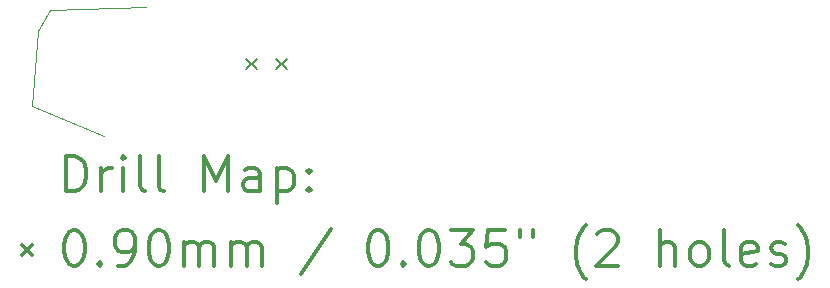
<source format=gbr>
%FSLAX45Y45*%
G04 Gerber Fmt 4.5, Leading zero omitted, Abs format (unit mm)*
G04 Created by KiCad (PCBNEW (6.0.0-rc1-dev-347-gd8782b751)) date 11/16/19 21:01:58*
%MOMM*%
%LPD*%
G01*
G04 APERTURE LIST*
%ADD10C,0.050000*%
%ADD11C,0.200000*%
%ADD12C,0.300000*%
G04 APERTURE END LIST*
D10*
X1447800Y-1574800D02*
X1549400Y-1397000D01*
X1397000Y-2209800D02*
X1447800Y-1574800D01*
X2006600Y-2463800D02*
X1397000Y-2209800D01*
X1549400Y-1397000D02*
X2362200Y-1371600D01*
D11*
X3206200Y-1809200D02*
X3296200Y-1899200D01*
X3296200Y-1809200D02*
X3206200Y-1899200D01*
X3460200Y-1809200D02*
X3550200Y-1899200D01*
X3550200Y-1809200D02*
X3460200Y-1899200D01*
D12*
X1680928Y-2932014D02*
X1680928Y-2632014D01*
X1752357Y-2632014D01*
X1795214Y-2646300D01*
X1823786Y-2674872D01*
X1838071Y-2703443D01*
X1852357Y-2760586D01*
X1852357Y-2803443D01*
X1838071Y-2860586D01*
X1823786Y-2889157D01*
X1795214Y-2917729D01*
X1752357Y-2932014D01*
X1680928Y-2932014D01*
X1980928Y-2932014D02*
X1980928Y-2732014D01*
X1980928Y-2789157D02*
X1995214Y-2760586D01*
X2009500Y-2746300D01*
X2038071Y-2732014D01*
X2066643Y-2732014D01*
X2166643Y-2932014D02*
X2166643Y-2732014D01*
X2166643Y-2632014D02*
X2152357Y-2646300D01*
X2166643Y-2660586D01*
X2180928Y-2646300D01*
X2166643Y-2632014D01*
X2166643Y-2660586D01*
X2352357Y-2932014D02*
X2323786Y-2917729D01*
X2309500Y-2889157D01*
X2309500Y-2632014D01*
X2509500Y-2932014D02*
X2480928Y-2917729D01*
X2466643Y-2889157D01*
X2466643Y-2632014D01*
X2852357Y-2932014D02*
X2852357Y-2632014D01*
X2952357Y-2846300D01*
X3052357Y-2632014D01*
X3052357Y-2932014D01*
X3323786Y-2932014D02*
X3323786Y-2774872D01*
X3309500Y-2746300D01*
X3280928Y-2732014D01*
X3223786Y-2732014D01*
X3195214Y-2746300D01*
X3323786Y-2917729D02*
X3295214Y-2932014D01*
X3223786Y-2932014D01*
X3195214Y-2917729D01*
X3180928Y-2889157D01*
X3180928Y-2860586D01*
X3195214Y-2832014D01*
X3223786Y-2817729D01*
X3295214Y-2817729D01*
X3323786Y-2803443D01*
X3466643Y-2732014D02*
X3466643Y-3032014D01*
X3466643Y-2746300D02*
X3495214Y-2732014D01*
X3552357Y-2732014D01*
X3580928Y-2746300D01*
X3595214Y-2760586D01*
X3609500Y-2789157D01*
X3609500Y-2874871D01*
X3595214Y-2903443D01*
X3580928Y-2917729D01*
X3552357Y-2932014D01*
X3495214Y-2932014D01*
X3466643Y-2917729D01*
X3738071Y-2903443D02*
X3752357Y-2917729D01*
X3738071Y-2932014D01*
X3723786Y-2917729D01*
X3738071Y-2903443D01*
X3738071Y-2932014D01*
X3738071Y-2746300D02*
X3752357Y-2760586D01*
X3738071Y-2774872D01*
X3723786Y-2760586D01*
X3738071Y-2746300D01*
X3738071Y-2774872D01*
X1304500Y-3381300D02*
X1394500Y-3471300D01*
X1394500Y-3381300D02*
X1304500Y-3471300D01*
X1738071Y-3262014D02*
X1766643Y-3262014D01*
X1795214Y-3276300D01*
X1809500Y-3290586D01*
X1823786Y-3319157D01*
X1838071Y-3376300D01*
X1838071Y-3447729D01*
X1823786Y-3504871D01*
X1809500Y-3533443D01*
X1795214Y-3547729D01*
X1766643Y-3562014D01*
X1738071Y-3562014D01*
X1709500Y-3547729D01*
X1695214Y-3533443D01*
X1680928Y-3504871D01*
X1666643Y-3447729D01*
X1666643Y-3376300D01*
X1680928Y-3319157D01*
X1695214Y-3290586D01*
X1709500Y-3276300D01*
X1738071Y-3262014D01*
X1966643Y-3533443D02*
X1980928Y-3547729D01*
X1966643Y-3562014D01*
X1952357Y-3547729D01*
X1966643Y-3533443D01*
X1966643Y-3562014D01*
X2123786Y-3562014D02*
X2180928Y-3562014D01*
X2209500Y-3547729D01*
X2223786Y-3533443D01*
X2252357Y-3490586D01*
X2266643Y-3433443D01*
X2266643Y-3319157D01*
X2252357Y-3290586D01*
X2238071Y-3276300D01*
X2209500Y-3262014D01*
X2152357Y-3262014D01*
X2123786Y-3276300D01*
X2109500Y-3290586D01*
X2095214Y-3319157D01*
X2095214Y-3390586D01*
X2109500Y-3419157D01*
X2123786Y-3433443D01*
X2152357Y-3447729D01*
X2209500Y-3447729D01*
X2238071Y-3433443D01*
X2252357Y-3419157D01*
X2266643Y-3390586D01*
X2452357Y-3262014D02*
X2480928Y-3262014D01*
X2509500Y-3276300D01*
X2523786Y-3290586D01*
X2538071Y-3319157D01*
X2552357Y-3376300D01*
X2552357Y-3447729D01*
X2538071Y-3504871D01*
X2523786Y-3533443D01*
X2509500Y-3547729D01*
X2480928Y-3562014D01*
X2452357Y-3562014D01*
X2423786Y-3547729D01*
X2409500Y-3533443D01*
X2395214Y-3504871D01*
X2380928Y-3447729D01*
X2380928Y-3376300D01*
X2395214Y-3319157D01*
X2409500Y-3290586D01*
X2423786Y-3276300D01*
X2452357Y-3262014D01*
X2680928Y-3562014D02*
X2680928Y-3362014D01*
X2680928Y-3390586D02*
X2695214Y-3376300D01*
X2723786Y-3362014D01*
X2766643Y-3362014D01*
X2795214Y-3376300D01*
X2809500Y-3404871D01*
X2809500Y-3562014D01*
X2809500Y-3404871D02*
X2823786Y-3376300D01*
X2852357Y-3362014D01*
X2895214Y-3362014D01*
X2923786Y-3376300D01*
X2938071Y-3404871D01*
X2938071Y-3562014D01*
X3080928Y-3562014D02*
X3080928Y-3362014D01*
X3080928Y-3390586D02*
X3095214Y-3376300D01*
X3123786Y-3362014D01*
X3166643Y-3362014D01*
X3195214Y-3376300D01*
X3209500Y-3404871D01*
X3209500Y-3562014D01*
X3209500Y-3404871D02*
X3223786Y-3376300D01*
X3252357Y-3362014D01*
X3295214Y-3362014D01*
X3323786Y-3376300D01*
X3338071Y-3404871D01*
X3338071Y-3562014D01*
X3923786Y-3247729D02*
X3666643Y-3633443D01*
X4309500Y-3262014D02*
X4338071Y-3262014D01*
X4366643Y-3276300D01*
X4380928Y-3290586D01*
X4395214Y-3319157D01*
X4409500Y-3376300D01*
X4409500Y-3447729D01*
X4395214Y-3504871D01*
X4380928Y-3533443D01*
X4366643Y-3547729D01*
X4338071Y-3562014D01*
X4309500Y-3562014D01*
X4280928Y-3547729D01*
X4266643Y-3533443D01*
X4252357Y-3504871D01*
X4238071Y-3447729D01*
X4238071Y-3376300D01*
X4252357Y-3319157D01*
X4266643Y-3290586D01*
X4280928Y-3276300D01*
X4309500Y-3262014D01*
X4538071Y-3533443D02*
X4552357Y-3547729D01*
X4538071Y-3562014D01*
X4523786Y-3547729D01*
X4538071Y-3533443D01*
X4538071Y-3562014D01*
X4738071Y-3262014D02*
X4766643Y-3262014D01*
X4795214Y-3276300D01*
X4809500Y-3290586D01*
X4823786Y-3319157D01*
X4838071Y-3376300D01*
X4838071Y-3447729D01*
X4823786Y-3504871D01*
X4809500Y-3533443D01*
X4795214Y-3547729D01*
X4766643Y-3562014D01*
X4738071Y-3562014D01*
X4709500Y-3547729D01*
X4695214Y-3533443D01*
X4680928Y-3504871D01*
X4666643Y-3447729D01*
X4666643Y-3376300D01*
X4680928Y-3319157D01*
X4695214Y-3290586D01*
X4709500Y-3276300D01*
X4738071Y-3262014D01*
X4938071Y-3262014D02*
X5123786Y-3262014D01*
X5023786Y-3376300D01*
X5066643Y-3376300D01*
X5095214Y-3390586D01*
X5109500Y-3404871D01*
X5123786Y-3433443D01*
X5123786Y-3504871D01*
X5109500Y-3533443D01*
X5095214Y-3547729D01*
X5066643Y-3562014D01*
X4980928Y-3562014D01*
X4952357Y-3547729D01*
X4938071Y-3533443D01*
X5395214Y-3262014D02*
X5252357Y-3262014D01*
X5238071Y-3404871D01*
X5252357Y-3390586D01*
X5280928Y-3376300D01*
X5352357Y-3376300D01*
X5380928Y-3390586D01*
X5395214Y-3404871D01*
X5409500Y-3433443D01*
X5409500Y-3504871D01*
X5395214Y-3533443D01*
X5380928Y-3547729D01*
X5352357Y-3562014D01*
X5280928Y-3562014D01*
X5252357Y-3547729D01*
X5238071Y-3533443D01*
X5523786Y-3262014D02*
X5523786Y-3319157D01*
X5638071Y-3262014D02*
X5638071Y-3319157D01*
X6080928Y-3676300D02*
X6066643Y-3662014D01*
X6038071Y-3619157D01*
X6023786Y-3590586D01*
X6009500Y-3547729D01*
X5995214Y-3476300D01*
X5995214Y-3419157D01*
X6009500Y-3347729D01*
X6023786Y-3304871D01*
X6038071Y-3276300D01*
X6066643Y-3233443D01*
X6080928Y-3219157D01*
X6180928Y-3290586D02*
X6195214Y-3276300D01*
X6223786Y-3262014D01*
X6295214Y-3262014D01*
X6323786Y-3276300D01*
X6338071Y-3290586D01*
X6352357Y-3319157D01*
X6352357Y-3347729D01*
X6338071Y-3390586D01*
X6166643Y-3562014D01*
X6352357Y-3562014D01*
X6709500Y-3562014D02*
X6709500Y-3262014D01*
X6838071Y-3562014D02*
X6838071Y-3404871D01*
X6823786Y-3376300D01*
X6795214Y-3362014D01*
X6752357Y-3362014D01*
X6723786Y-3376300D01*
X6709500Y-3390586D01*
X7023786Y-3562014D02*
X6995214Y-3547729D01*
X6980928Y-3533443D01*
X6966643Y-3504871D01*
X6966643Y-3419157D01*
X6980928Y-3390586D01*
X6995214Y-3376300D01*
X7023786Y-3362014D01*
X7066643Y-3362014D01*
X7095214Y-3376300D01*
X7109500Y-3390586D01*
X7123786Y-3419157D01*
X7123786Y-3504871D01*
X7109500Y-3533443D01*
X7095214Y-3547729D01*
X7066643Y-3562014D01*
X7023786Y-3562014D01*
X7295214Y-3562014D02*
X7266643Y-3547729D01*
X7252357Y-3519157D01*
X7252357Y-3262014D01*
X7523786Y-3547729D02*
X7495214Y-3562014D01*
X7438071Y-3562014D01*
X7409500Y-3547729D01*
X7395214Y-3519157D01*
X7395214Y-3404871D01*
X7409500Y-3376300D01*
X7438071Y-3362014D01*
X7495214Y-3362014D01*
X7523786Y-3376300D01*
X7538071Y-3404871D01*
X7538071Y-3433443D01*
X7395214Y-3462014D01*
X7652357Y-3547729D02*
X7680928Y-3562014D01*
X7738071Y-3562014D01*
X7766643Y-3547729D01*
X7780928Y-3519157D01*
X7780928Y-3504871D01*
X7766643Y-3476300D01*
X7738071Y-3462014D01*
X7695214Y-3462014D01*
X7666643Y-3447729D01*
X7652357Y-3419157D01*
X7652357Y-3404871D01*
X7666643Y-3376300D01*
X7695214Y-3362014D01*
X7738071Y-3362014D01*
X7766643Y-3376300D01*
X7880928Y-3676300D02*
X7895214Y-3662014D01*
X7923786Y-3619157D01*
X7938071Y-3590586D01*
X7952357Y-3547729D01*
X7966643Y-3476300D01*
X7966643Y-3419157D01*
X7952357Y-3347729D01*
X7938071Y-3304871D01*
X7923786Y-3276300D01*
X7895214Y-3233443D01*
X7880928Y-3219157D01*
M02*

</source>
